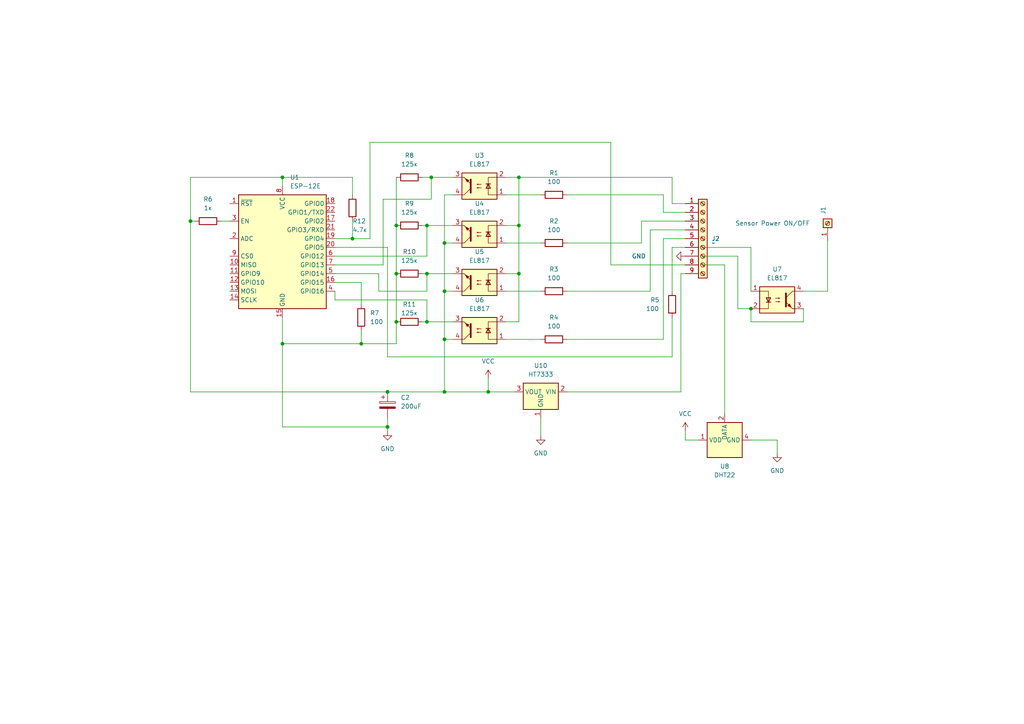
<source format=kicad_sch>
(kicad_sch (version 20230121) (generator eeschema)
  (paper "A4")
  (title_block (title "Контроллер управления увлажнителем") (company "CYBEREX TECH"))
  (lib_symbols
    (symbol "Connector:Screw_Terminal_01x01" (pin_names (offset 1.016) hide)
      (property "Reference" "J" (at 0 2.54 0))
      (property "Value" "Screw_Terminal_01x01" (at 0 -2.54 0))
      (symbol "Screw_Terminal_01x01_1_1"
        (rectangle (start -1.27 1.27) (end 1.27 -1.27) (stroke (width 0.254)) (fill (type background)))
        (polyline (pts (xy -0.5334 0.3302) (xy 0.3302 -0.508)) (stroke (width 0.1524)))
        (polyline (pts (xy -0.3556 0.508) (xy 0.508 -0.3302)) (stroke (width 0.1524)))
        (circle (center 0 0) (radius 0.635) (stroke (width 0.1524)))
        (pin passive line (at -5.08 0 0) (length 3.81) (name "Pin_1") (number "1"))
      )
    )
    (symbol "Connector:Screw_Terminal_01x09" (pin_names (offset 1.016) hide)
      (property "Reference" "J" (at 0 12.7 0))
      (property "Value" "Screw_Terminal_01x09" (at 0 -12.7 0))
      (symbol "Screw_Terminal_01x09_1_1"
        (rectangle (start -1.27 11.43) (end 1.27 -11.43) (stroke (width 0.254)) (fill (type background)))
        (circle (center 0 -10.16) (radius 0.635) (stroke (width 0.1524)))
        (circle (center 0 -7.62) (radius 0.635) (stroke (width 0.1524)))
        (circle (center 0 -5.08) (radius 0.635) (stroke (width 0.1524)))
        (circle (center 0 -2.54) (radius 0.635) (stroke (width 0.1524)))
        (polyline (pts (xy -0.5334 -9.8298) (xy 0.3302 -10.668)) (stroke (width 0.1524)))
        (polyline (pts (xy -0.5334 -7.2898) (xy 0.3302 -8.128)) (stroke (width 0.1524)))
        (polyline (pts (xy -0.5334 -4.7498) (xy 0.3302 -5.588)) (stroke (width 0.1524)))
        (polyline (pts (xy -0.5334 -2.2098) (xy 0.3302 -3.048)) (stroke (width 0.1524)))
        (polyline (pts (xy -0.5334 0.3302) (xy 0.3302 -0.508)) (stroke (width 0.1524)))
        (polyline (pts (xy -0.5334 2.8702) (xy 0.3302 2.032)) (stroke (width 0.1524)))
        (polyline (pts (xy -0.5334 5.4102) (xy 0.3302 4.572)) (stroke (width 0.1524)))
        (polyline (pts (xy -0.5334 7.9502) (xy 0.3302 7.112)) (stroke (width 0.1524)))
        (polyline (pts (xy -0.5334 10.4902) (xy 0.3302 9.652)) (stroke (width 0.1524)))
        (polyline (pts (xy -0.3556 -9.652) (xy 0.508 -10.4902)) (stroke (width 0.1524)))
        (polyline (pts (xy -0.3556 -7.112) (xy 0.508 -7.9502)) (stroke (width 0.1524)))
        (polyline (pts (xy -0.3556 -4.572) (xy 0.508 -5.4102)) (stroke (width 0.1524)))
        (polyline (pts (xy -0.3556 -2.032) (xy 0.508 -2.8702)) (stroke (width 0.1524)))
        (polyline (pts (xy -0.3556 0.508) (xy 0.508 -0.3302)) (stroke (width 0.1524)))
        (polyline (pts (xy -0.3556 3.048) (xy 0.508 2.2098)) (stroke (width 0.1524)))
        (polyline (pts (xy -0.3556 5.588) (xy 0.508 4.7498)) (stroke (width 0.1524)))
        (polyline (pts (xy -0.3556 8.128) (xy 0.508 7.2898)) (stroke (width 0.1524)))
        (polyline (pts (xy -0.3556 10.668) (xy 0.508 9.8298)) (stroke (width 0.1524)))
        (circle (center 0 0) (radius 0.635) (stroke (width 0.1524)))
        (circle (center 0 2.54) (radius 0.635) (stroke (width 0.1524)))
        (circle (center 0 5.08) (radius 0.635) (stroke (width 0.1524)))
        (circle (center 0 7.62) (radius 0.635) (stroke (width 0.1524)))
        (circle (center 0 10.16) (radius 0.635) (stroke (width 0.1524)))
        (pin passive line (at -5.08 10.16 0) (length 3.81) (name "Pin_1") (number "1"))
        (pin passive line (at -5.08 7.62 0) (length 3.81) (name "Pin_2") (number "2"))
        (pin passive line (at -5.08 5.08 0) (length 3.81) (name "Pin_3") (number "3"))
        (pin passive line (at -5.08 2.54 0) (length 3.81) (name "Pin_4") (number "4"))
        (pin passive line (at -5.08 0 0) (length 3.81) (name "Pin_5") (number "5"))
        (pin passive line (at -5.08 -2.54 0) (length 3.81) (name "Pin_6") (number "6"))
        (pin passive line (at -5.08 -5.08 0) (length 3.81) (name "Pin_7") (number "7"))
        (pin passive line (at -5.08 -7.62 0) (length 3.81) (name "Pin_8") (number "8"))
        (pin passive line (at -5.08 -10.16 0) (length 3.81) (name "Pin_9") (number "9"))
      )
    )
    (symbol "Device:C_Polarized" (pin_numbers hide) (pin_names (offset 0.254))
      (property "Reference" "C" (at 0.635 2.54 0))
      (property "Value" "C_Polarized" (at 0.635 -2.54 0))
      (symbol "C_Polarized_0_1"
        (rectangle (start -2.286 0.508) (end 2.286 1.016))
        (polyline (pts (xy -1.778 2.286) (xy -0.762 2.286)))
        (polyline (pts (xy -1.27 2.794) (xy -1.27 1.778)))
        (rectangle (start 2.286 -0.508) (end -2.286 -1.016) (fill (type outline)))
      )
      (symbol "C_Polarized_1_1"
        (pin passive line (at 0 3.81 270) (length 2.794) (name "~") (number "1"))
        (pin passive line (at 0 -3.81 90) (length 2.794) (name "~") (number "2"))
      )
    )
    (symbol "Device:R" (pin_numbers hide) (pin_names (offset 0))
      (property "Reference" "R" (at 2.032 0 90))
      (property "Value" "R" (at 0 0 90))
      (symbol "R_0_1"
        (rectangle (start -1.016 -2.54) (end 1.016 2.54) (stroke (width 0.254)))
      )
      (symbol "R_1_1"
        (pin passive line (at 0 3.81 270) (length 1.27) (name "~") (number "1"))
        (pin passive line (at 0 -3.81 90) (length 1.27) (name "~") (number "2"))
      )
    )
    (symbol "Isolator:EL817" (pin_names (offset 1.016))
      (property "Reference" "U" (at -5.08 5.08 0))
      (property "Value" "EL817" (at 0 5.08 0))
      (symbol "EL817_0_1"
        (rectangle (start -5.08 3.81) (end 5.08 -3.81) (stroke (width 0.254)) (fill (type background)))
        (polyline (pts (xy -3.175 -0.635) (xy -1.905 -0.635)) (stroke (width 0.254)))
        (polyline (pts (xy 2.54 0.635) (xy 4.445 2.54)))
        (polyline (pts (xy 4.445 -2.54) (xy 2.54 -0.635)) (fill (type outline)))
        (polyline (pts (xy 4.445 -2.54) (xy 5.08 -2.54)))
        (polyline (pts (xy 4.445 2.54) (xy 5.08 2.54)))
        (polyline (pts (xy -5.08 2.54) (xy -2.54 2.54) (xy -2.54 -0.635)))
        (polyline (pts (xy -2.54 -0.635) (xy -2.54 -2.54) (xy -5.08 -2.54)))
        (polyline (pts (xy 2.54 1.905) (xy 2.54 -1.905) (xy 2.54 -1.905)) (stroke (width 0.508)))
        (polyline (pts (xy -2.54 -0.635) (xy -3.175 0.635) (xy -1.905 0.635) (xy -2.54 -0.635)) (stroke (width 0.254)))
        (polyline (pts (xy -0.508 -0.508) (xy 0.762 -0.508) (xy 0.381 -0.635) (xy 0.381 -0.381) (xy 0.762 -0.508)))
        (polyline (pts (xy -0.508 0.508) (xy 0.762 0.508) (xy 0.381 0.381) (xy 0.381 0.635) (xy 0.762 0.508)))
        (polyline (pts (xy 3.048 -1.651) (xy 3.556 -1.143) (xy 4.064 -2.159) (xy 3.048 -1.651) (xy 3.048 -1.651)) (fill (type outline)))
      )
      (symbol "EL817_1_1"
        (pin passive line (at -7.62 2.54 0) (length 2.54) (name "~") (number "1"))
        (pin passive line (at -7.62 -2.54 0) (length 2.54) (name "~") (number "2"))
        (pin passive line (at 7.62 -2.54 180) (length 2.54) (name "~") (number "3"))
        (pin passive line (at 7.62 2.54 180) (length 2.54) (name "~") (number "4"))
      )
    )
    (symbol "RF_Module:ESP-12E"
      (property "Reference" "U" (at -12.7 19.05 0))
      (property "Value" "ESP-12E" (at 12.7 19.05 0))
      (symbol "ESP-12E_0_1"
        (rectangle (start -12.7 17.78) (end 12.7 -15.24) (stroke (width 0.254)) (fill (type background)))
      )
      (symbol "ESP-12E_1_1"
        (pin input line (at -15.24 15.24 0) (length 2.54) (name "~{RST}") (number "1"))
        (pin bidirectional line (at -15.24 -2.54 0) (length 2.54) (name "MISO") (number "10"))
        (pin bidirectional line (at -15.24 -5.08 0) (length 2.54) (name "GPIO9") (number "11"))
        (pin bidirectional line (at -15.24 -7.62 0) (length 2.54) (name "GPIO10") (number "12"))
        (pin bidirectional line (at -15.24 -10.16 0) (length 2.54) (name "MOSI") (number "13"))
        (pin bidirectional line (at -15.24 -12.7 0) (length 2.54) (name "SCLK") (number "14"))
        (pin power_in line (at 0 -17.78 90) (length 2.54) (name "GND") (number "15"))
        (pin bidirectional line (at 15.24 -7.62 180) (length 2.54) (name "GPIO15") (number "16"))
        (pin bidirectional line (at 15.24 10.16 180) (length 2.54) (name "GPIO2") (number "17"))
        (pin bidirectional line (at 15.24 15.24 180) (length 2.54) (name "GPIO0") (number "18"))
        (pin bidirectional line (at 15.24 5.08 180) (length 2.54) (name "GPIO4") (number "19"))
        (pin input line (at -15.24 5.08 0) (length 2.54) (name "ADC") (number "2"))
        (pin bidirectional line (at 15.24 2.54 180) (length 2.54) (name "GPIO5") (number "20"))
        (pin bidirectional line (at 15.24 7.62 180) (length 2.54) (name "GPIO3/RXD") (number "21"))
        (pin bidirectional line (at 15.24 12.7 180) (length 2.54) (name "GPIO1/TXD") (number "22"))
        (pin input line (at -15.24 10.16 0) (length 2.54) (name "EN") (number "3"))
        (pin bidirectional line (at 15.24 -10.16 180) (length 2.54) (name "GPIO16") (number "4"))
        (pin bidirectional line (at 15.24 -5.08 180) (length 2.54) (name "GPIO14") (number "5"))
        (pin bidirectional line (at 15.24 0 180) (length 2.54) (name "GPIO12") (number "6"))
        (pin bidirectional line (at 15.24 -2.54 180) (length 2.54) (name "GPIO13") (number "7"))
        (pin power_in line (at 0 20.32 270) (length 2.54) (name "VCC") (number "8"))
        (pin input line (at -15.24 0 0) (length 2.54) (name "CS0") (number "9"))
      )
    )
    (symbol "Regulator_Linear:HT75xx-1-SOT89"
      (property "Reference" "U" (at -5.08 -3.81 0))
      (property "Value" "HT75xx-1-SOT89" (at 0 6.35 0))
      (symbol "HT75xx-1-SOT89_0_1"
        (rectangle (start -5.08 5.08) (end 5.08 -2.54) (stroke (width 0.254)) (fill (type background)))
      )
      (symbol "HT75xx-1-SOT89_1_1"
        (pin power_in line (at 0 -5.08 90) (length 2.54) (name "GND") (number "1"))
        (pin power_in line (at -7.62 2.54 0) (length 2.54) (name "VIN") (number "2"))
        (pin power_out line (at 7.62 2.54 180) (length 2.54) (name "VOUT") (number "3"))
      )
    )
    (symbol "Sensor:DHT11"
      (property "Reference" "U" (at -3.81 6.35 0))
      (property "Value" "DHT11" (at 3.81 6.35 0))
      (symbol "DHT11_0_1"
        (rectangle (start -5.08 5.08) (end 5.08 -5.08) (stroke (width 0.254)) (fill (type background)))
      )
      (symbol "DHT11_1_1"
        (pin power_in line (at 0 7.62 270) (length 2.54) (name "VDD") (number "1"))
        (pin bidirectional line (at 7.62 0 180) (length 2.54) (name "DATA") (number "2"))
        (pin no_connect line (at -5.08 0 0) (length 2.54) hide (name "NC") (number "3"))
        (pin power_in line (at 0 -7.62 90) (length 2.54) (name "GND") (number "4"))
      )
    )
    (symbol "power:GND" (power) (pin_names (offset 0))
      (property "Value" "GND" (at 0 -3.81 0))
      (symbol "GND_0_1"
        (polyline (pts (xy 0 0) (xy 0 -1.27) (xy 1.27 -1.27) (xy 0 -2.54) (xy -1.27 -1.27) (xy 0 -1.27)))
      )
      (symbol "GND_1_1"
        (pin power_in line (at 0 0 270) (length 0) hide (name "GND") (number "1"))
      )
    )
    (symbol "power:VCC" (power) (pin_names (offset 0))
      (property "Value" "VCC" (at 0 3.81 0))
      (symbol "VCC_0_1"
        (polyline (pts (xy -0.762 1.27) (xy 0 2.54)))
        (polyline (pts (xy 0 0) (xy 0 2.54)))
        (polyline (pts (xy 0 2.54) (xy 0.762 1.27)))
      )
      (symbol "VCC_1_1"
        (pin power_in line (at 0 0 90) (length 0) hide (name "VCC") (number "1"))
      )
    )
  )
  (junction (at 123.825 79.375))
  (junction (at 81.915 51.435))
  (junction (at 123.825 93.345))
  (junction (at 55.245 64.135))
  (junction (at 217.805 89.535))
  (junction (at 128.905 113.665))
  (junction (at 128.905 84.455))
  (junction (at 112.395 113.665))
  (junction (at 128.905 70.485))
  (junction (at 102.235 69.215))
  (junction (at 150.495 79.375))
  (junction (at 114.935 93.345))
  (junction (at 114.935 65.405))
  (junction (at 123.825 65.405))
  (junction (at 150.495 65.405))
  (junction (at 141.605 113.665))
  (junction (at 81.915 99.695))
  (junction (at 114.935 79.375))
  (junction (at 112.395 123.825))
  (junction (at 125.095 51.435))
  (junction (at 128.905 98.425))
  (junction (at 150.495 51.435))
  (junction (at 104.775 99.695))
  (wire (pts (xy 122.555 93.345) (xy 123.825 93.345)))
  (wire (pts (xy 203.835 74.295) (xy 213.995 74.295)))
  (wire (pts (xy 150.495 51.435) (xy 194.945 51.435)))
  (wire (pts (xy 198.755 125.095) (xy 198.755 127.635)))
  (wire (pts (xy 194.945 103.505) (xy 194.945 92.075)))
  (wire (pts (xy 123.825 74.295) (xy 123.825 65.405)))
  (wire (pts (xy 128.905 84.455) (xy 128.905 98.425)))
  (wire (pts (xy 114.935 65.405) (xy 114.935 79.375)))
  (wire (pts (xy 131.445 98.425) (xy 128.905 98.425)))
  (wire (pts (xy 97.155 84.455) (xy 97.155 86.995)))
  (wire (pts (xy 97.155 79.375) (xy 109.855 79.375)))
  (wire (pts (xy 186.055 70.485) (xy 186.055 64.135)))
  (wire (pts (xy 213.995 89.535) (xy 213.995 74.295)))
  (wire (pts (xy 156.845 121.285) (xy 156.845 126.365)))
  (wire (pts (xy 55.245 113.665) (xy 55.245 64.135)))
  (wire (pts (xy 233.045 84.455) (xy 240.03 84.455)))
  (wire (pts (xy 102.235 69.215) (xy 107.315 69.215)))
  (wire (pts (xy 123.825 93.345) (xy 131.445 93.345)))
  (wire (pts (xy 123.825 79.375) (xy 131.445 79.375)))
  (wire (pts (xy 128.905 113.665) (xy 141.605 113.665)))
  (wire (pts (xy 225.425 127.635) (xy 225.425 131.445)))
  (wire (pts (xy 122.555 51.435) (xy 125.095 51.435)))
  (wire (pts (xy 102.235 51.435) (xy 81.915 51.435)))
  (wire (pts (xy 192.405 56.515) (xy 192.405 61.595)))
  (wire (pts (xy 55.245 64.135) (xy 56.515 64.135)))
  (wire (pts (xy 164.465 70.485) (xy 186.055 70.485)))
  (wire (pts (xy 122.555 65.405) (xy 123.825 65.405)))
  (wire (pts (xy 203.835 76.835) (xy 210.185 76.835)))
  (wire (pts (xy 131.445 70.485) (xy 128.905 70.485)))
  (wire (pts (xy 149.225 113.665) (xy 141.605 113.665)))
  (wire (pts (xy 217.805 93.345) (xy 233.045 93.345)))
  (wire (pts (xy 188.595 66.675) (xy 198.755 66.675)))
  (wire (pts (xy 177.165 76.835) (xy 198.755 76.835)))
  (wire (pts (xy 188.595 84.455) (xy 188.595 66.675)))
  (wire (pts (xy 164.465 56.515) (xy 192.405 56.515)))
  (wire (pts (xy 109.855 79.375) (xy 109.855 84.455)))
  (wire (pts (xy 112.395 123.825) (xy 112.395 125.095)))
  (wire (pts (xy 81.915 99.695) (xy 81.915 123.825)))
  (wire (pts (xy 128.905 70.485) (xy 128.905 84.455)))
  (wire (pts (xy 81.915 51.435) (xy 81.915 53.975)))
  (wire (pts (xy 128.905 98.425) (xy 128.905 113.665)))
  (wire (pts (xy 64.135 64.135) (xy 66.675 64.135)))
  (wire (pts (xy 107.315 69.215) (xy 107.315 41.275)))
  (wire (pts (xy 97.155 71.755) (xy 112.395 71.755)))
  (wire (pts (xy 125.095 51.435) (xy 131.445 51.435)))
  (wire (pts (xy 197.485 79.375) (xy 198.755 79.375)))
  (wire (pts (xy 146.685 98.425) (xy 156.845 98.425)))
  (wire (pts (xy 194.945 71.755) (xy 194.945 84.455)))
  (wire (pts (xy 81.915 92.075) (xy 81.915 99.695)))
  (wire (pts (xy 111.125 76.835) (xy 111.125 57.785)))
  (wire (pts (xy 102.235 56.515) (xy 102.235 51.435)))
  (wire (pts (xy 81.915 123.825) (xy 112.395 123.825)))
  (wire (pts (xy 141.605 109.855) (xy 141.605 113.665)))
  (wire (pts (xy 112.395 113.665) (xy 55.245 113.665)))
  (wire (pts (xy 217.805 89.535) (xy 213.995 89.535)))
  (wire (pts (xy 104.775 81.915) (xy 104.775 88.265)))
  (wire (pts (xy 112.395 113.665) (xy 128.905 113.665)))
  (wire (pts (xy 112.395 103.505) (xy 194.945 103.505)))
  (wire (pts (xy 177.165 41.275) (xy 177.165 76.835)))
  (wire (pts (xy 192.405 98.425) (xy 192.405 69.215)))
  (wire (pts (xy 233.045 93.345) (xy 233.045 89.535)))
  (wire (pts (xy 123.825 84.455) (xy 123.825 79.375)))
  (wire (pts (xy 131.445 56.515) (xy 128.905 56.515)))
  (wire (pts (xy 194.945 51.435) (xy 194.945 59.055)))
  (wire (pts (xy 150.495 65.405) (xy 150.495 51.435)))
  (wire (pts (xy 128.905 56.515) (xy 128.905 70.485)))
  (wire (pts (xy 114.935 93.345) (xy 114.935 99.695)))
  (wire (pts (xy 111.125 57.785) (xy 125.095 57.785)))
  (wire (pts (xy 164.465 98.425) (xy 192.405 98.425)))
  (wire (pts (xy 123.825 65.405) (xy 131.445 65.405)))
  (wire (pts (xy 97.155 86.995) (xy 123.825 86.995)))
  (wire (pts (xy 97.155 74.295) (xy 123.825 74.295)))
  (wire (pts (xy 203.835 71.755) (xy 217.805 71.755)))
  (wire (pts (xy 210.185 76.835) (xy 210.185 120.015)))
  (wire (pts (xy 97.155 81.915) (xy 104.775 81.915)))
  (wire (pts (xy 112.395 121.285) (xy 112.395 123.825)))
  (wire (pts (xy 109.855 84.455) (xy 123.825 84.455)))
  (wire (pts (xy 217.805 71.755) (xy 217.805 84.455)))
  (wire (pts (xy 104.775 99.695) (xy 81.915 99.695)))
  (wire (pts (xy 104.775 95.885) (xy 104.775 99.695)))
  (wire (pts (xy 198.755 127.635) (xy 202.565 127.635)))
  (wire (pts (xy 192.405 69.215) (xy 198.755 69.215)))
  (wire (pts (xy 164.465 113.665) (xy 197.485 113.665)))
  (wire (pts (xy 240.03 84.455) (xy 240.03 69.85)))
  (wire (pts (xy 102.235 64.135) (xy 102.235 69.215)))
  (wire (pts (xy 150.495 79.375) (xy 150.495 65.405)))
  (wire (pts (xy 197.485 113.665) (xy 197.485 79.375)))
  (wire (pts (xy 97.155 76.835) (xy 111.125 76.835)))
  (wire (pts (xy 146.685 93.345) (xy 150.495 93.345)))
  (wire (pts (xy 112.395 71.755) (xy 112.395 103.505)))
  (wire (pts (xy 97.155 69.215) (xy 102.235 69.215)))
  (wire (pts (xy 194.945 71.755) (xy 198.755 71.755)))
  (wire (pts (xy 114.935 99.695) (xy 104.775 99.695)))
  (wire (pts (xy 114.935 51.435) (xy 114.935 65.405)))
  (wire (pts (xy 146.685 79.375) (xy 150.495 79.375)))
  (wire (pts (xy 146.685 84.455) (xy 156.845 84.455)))
  (wire (pts (xy 150.495 93.345) (xy 150.495 79.375)))
  (wire (pts (xy 107.315 41.275) (xy 177.165 41.275)))
  (wire (pts (xy 55.245 51.435) (xy 81.915 51.435)))
  (wire (pts (xy 217.805 127.635) (xy 225.425 127.635)))
  (wire (pts (xy 55.245 64.135) (xy 55.245 51.435)))
  (wire (pts (xy 122.555 79.375) (xy 123.825 79.375)))
  (wire (pts (xy 114.935 79.375) (xy 114.935 93.345)))
  (wire (pts (xy 164.465 84.455) (xy 188.595 84.455)))
  (wire (pts (xy 192.405 61.595) (xy 198.755 61.595)))
  (wire (pts (xy 146.685 51.435) (xy 150.495 51.435)))
  (wire (pts (xy 217.805 89.535) (xy 217.805 93.345)))
  (wire (pts (xy 123.825 86.995) (xy 123.825 93.345)))
  (wire (pts (xy 146.685 70.485) (xy 156.845 70.485)))
  (wire (pts (xy 125.095 57.785) (xy 125.095 51.435)))
  (wire (pts (xy 194.945 59.055) (xy 198.755 59.055)))
  (wire (pts (xy 131.445 84.455) (xy 128.905 84.455)))
  (wire (pts (xy 146.685 65.405) (xy 150.495 65.405)))
  (wire (pts (xy 186.055 64.135) (xy 198.755 64.135)))
  (wire (pts (xy 146.685 56.515) (xy 156.845 56.515)))
  (symbol (lib_id "power:VCC") (at 141.605 109.855 0) (unit 1)
    (property "Reference" "#PWR06" (effects hide))
    (property "Value" "VCC" (at 141.605 104.775 0))
  )
  (symbol (lib_id "Device:R") (at 160.655 70.485 270) (unit 1)
    (property "Reference" "R2" (at 160.655 64.135 90))
    (property "Value" "100" (at 160.655 66.675 90))
    (property "Footprint" "Resistor_SMD:R_0805_2012Metric" (effects hide))
  )
  (symbol (lib_id "Device:R") (at 118.745 51.435 270) (unit 1)
    (property "Reference" "R8" (at 118.745 45.085 90))
    (property "Value" "125к" (at 118.745 47.625 90))
    (property "Footprint" "Resistor_SMD:R_0805_2012Metric" (effects hide))
  )
  (symbol (lib_id "Regulator_Linear:HT75xx-1-SOT89") (at 156.845 116.205 0) (mirror y) (unit 1)
    (property "Reference" "U10" (at 156.845 106.045 0))
    (property "Value" "HT7333" (at 156.845 108.585 0))
    (property "Footprint" "Package_TO_SOT_SMD:SOT-23" (effects hide))
    (property "Datasheet" "https://www.holtek.com/documents/10179/116711/HT75xx-1v250.pdf" (effects hide))
  )
  (symbol (lib_id "Device:R") (at 60.325 64.135 270) (unit 1)
    (property "Reference" "R6" (at 60.325 57.785 90))
    (property "Value" "1к" (at 60.325 60.325 90))
    (property "Footprint" "Resistor_SMD:R_0805_2012Metric" (effects hide))
  )
  (symbol (lib_id "power:VCC") (at 198.755 125.095 0) (unit 1)
    (property "Reference" "#PWR05" (effects hide))
    (property "Value" "VCC" (at 198.755 120.015 0))
  )
  (symbol (lib_id "Connector:Screw_Terminal_01x01") (at 240.03 64.77 90) (unit 1)
    (property "Reference" "J1" (at 238.76 62.23 0) (effects (justify left)))
    (property "Value" "Sensor Power ON/OFF" (at 234.95 64.77 90) (effects (justify left)))
  )
  (symbol (lib_id "Device:R") (at 118.745 79.375 270) (unit 1)
    (property "Reference" "R10" (at 118.745 73.025 90))
    (property "Value" "125к" (at 118.745 75.565 90))
    (property "Footprint" "Resistor_SMD:R_0805_2012Metric" (effects hide))
  )
  (symbol (lib_id "Isolator:EL817") (at 139.065 53.975 180) (unit 1)
    (property "Reference" "U3" (at 139.065 45.085 0))
    (property "Value" "EL817" (at 139.065 47.625 0))
    (property "Footprint" "Package_DIP:DIP-4_W7.62mm" (effects hide))
    (property "Datasheet" "http://www.everlight.com/file/ProductFile/EL817.pdf" (effects hide))
  )
  (symbol (lib_id "Isolator:EL817") (at 225.425 86.995 0) (unit 1)
    (property "Reference" "U7" (at 225.425 78.105 0))
    (property "Value" "EL817" (at 225.425 80.645 0))
    (property "Footprint" "Package_DIP:DIP-4_W7.62mm" (effects hide))
    (property "Datasheet" "http://www.everlight.com/file/ProductFile/EL817.pdf" (effects hide))
  )
  (symbol (lib_id "Isolator:EL817") (at 139.065 81.915 180) (unit 1)
    (property "Reference" "U5" (at 139.065 73.025 0))
    (property "Value" "EL817" (at 139.065 75.565 0))
    (property "Footprint" "Package_DIP:DIP-4_W7.62mm" (effects hide))
    (property "Datasheet" "http://www.everlight.com/file/ProductFile/EL817.pdf" (effects hide))
  )
  (symbol (lib_id "RF_Module:ESP-12E") (at 81.915 74.295 0) (unit 1)
    (property "Reference" "U1" (at 84.1091 51.435 0) (effects (justify left)))
    (property "Value" "ESP-12E" (at 84.1091 53.975 0) (effects (justify left)))
    (property "Footprint" "RF_Module:ESP-12E" (effects hide))
    (property "Datasheet" "http://wiki.ai-thinker.com/_media/esp8266/esp8266_series_modules_user_manual_v1.1.pdf" (effects hide))
  )
  (symbol (lib_id "Isolator:EL817") (at 139.065 95.885 180) (unit 1)
    (property "Reference" "U6" (at 139.065 86.995 0))
    (property "Value" "EL817" (at 139.065 89.535 0))
    (property "Footprint" "Package_DIP:DIP-4_W7.62mm" (effects hide))
    (property "Datasheet" "http://www.everlight.com/file/ProductFile/EL817.pdf" (effects hide))
  )
  (symbol (lib_id "power:GND") (at 156.845 126.365 0) (unit 1)
    (property "Reference" "#PWR01" (effects hide))
    (property "Value" "GND" (at 156.845 131.445 0))
  )
  (symbol (lib_id "Device:R") (at 194.945 88.265 180) (unit 1)
    (property "Reference" "R5" (at 188.595 86.995 0) (effects (justify right)))
    (property "Value" "100" (at 187.325 89.535 0) (effects (justify right)))
    (property "Footprint" "Resistor_SMD:R_0805_2012Metric" (effects hide))
  )
  (symbol (lib_id "Device:C_Polarized") (at 112.395 117.475 0) (unit 1)
    (property "Reference" "C2" (at 116.205 115.316 0) (effects (justify left)))
    (property "Value" "200uF" (at 116.205 117.856 0) (effects (justify left)))
    (property "Footprint" "Capacitor_SMD:CP_Elec_6.3x4.9" (effects hide))
  )
  (symbol (lib_id "Sensor:DHT11") (at 210.185 127.635 90) (unit 1)
    (property "Reference" "U8" (at 210.185 135.255 90))
    (property "Value" "DHT22" (at 210.185 137.795 90))
    (property "Footprint" "Sensor:Aosong_DHT11_5.5x12.0_P2.54mm" (effects hide))
    (property "Datasheet" "http://akizukidenshi.com/download/ds/aosong/DHT11.pdf" (effects hide))
  )
  (symbol (lib_id "Device:R") (at 160.655 84.455 270) (unit 1)
    (property "Reference" "R3" (at 160.655 78.105 90))
    (property "Value" "100" (at 160.655 80.645 90))
    (property "Footprint" "Resistor_SMD:R_0805_2012Metric" (effects hide))
  )
  (symbol (lib_id "Device:R") (at 102.235 60.325 180) (unit 1)
    (property "Reference" "R12" (at 102.235 64.135 0) (effects (justify right)))
    (property "Value" "4.7к" (at 102.235 66.675 0) (effects (justify right)))
    (property "Footprint" "Resistor_SMD:R_0805_2012Metric" (effects hide))
  )
  (symbol (lib_id "Device:R") (at 118.745 93.345 270) (unit 1)
    (property "Reference" "R11" (at 118.745 88.265 90))
    (property "Value" "125к" (at 118.745 90.805 90))
    (property "Footprint" "Resistor_SMD:R_0805_2012Metric" (effects hide))
  )
  (symbol (lib_id "Device:R") (at 160.655 56.515 270) (unit 1)
    (property "Reference" "R1" (at 160.655 50.165 90))
    (property "Value" "100" (at 160.655 52.705 90))
    (property "Footprint" "Resistor_SMD:R_0805_2012Metric" (effects hide))
  )
  (symbol (lib_id "Device:R") (at 104.775 92.075 180) (unit 1)
    (property "Reference" "R7" (at 107.315 90.805 0) (effects (justify right)))
    (property "Value" "100" (at 107.315 93.345 0) (effects (justify right)))
    (property "Footprint" "Resistor_SMD:R_0805_2012Metric" (effects hide))
  )
  (symbol (lib_id "Isolator:EL817") (at 139.065 67.945 180) (unit 1)
    (property "Reference" "U4" (at 139.065 59.055 0))
    (property "Value" "EL817" (at 139.065 61.595 0))
    (property "Footprint" "Package_DIP:DIP-4_W7.62mm" (effects hide))
    (property "Datasheet" "http://www.everlight.com/file/ProductFile/EL817.pdf" (effects hide))
  )
  (symbol (lib_id "power:GND") (at 225.425 131.445 0) (unit 1)
    (property "Reference" "#PWR07" (effects hide))
    (property "Value" "GND" (at 225.425 136.525 0))
  )
  (symbol (lib_id "Device:R") (at 118.745 65.405 270) (unit 1)
    (property "Reference" "R9" (at 118.745 59.055 90))
    (property "Value" "125к" (at 118.745 61.595 90))
    (property "Footprint" "Resistor_SMD:R_0805_2012Metric" (effects hide))
  )
  (symbol (lib_id "power:GND") (at 198.755 74.295 270) (unit 1)
    (property "Reference" "#PWR03" (effects hide))
    (property "Value" "GND" (at 187.325 74.295 90) (effects (justify right)))
  )
  (symbol (lib_id "power:GND") (at 112.395 125.095 0) (unit 1)
    (property "Reference" "#PWR02" (effects hide))
    (property "Value" "GND" (at 112.395 130.175 0))
  )
  (symbol (lib_id "Connector:Screw_Terminal_01x09") (at 203.835 69.215 0) (unit 1)
    (property "Reference" "J2" (at 206.375 69.215 0) (effects (justify left)))
    (property "Value" "~" (at 206.375 70.485 0) (effects (justify left)))
    (property "Footprint" "TerminalBlock_4Ucon:TerminalBlock_4Ucon_1x09_P3.50mm_Horizontal" (effects hide))
  )
  (symbol (lib_id "Device:R") (at 160.655 98.425 270) (unit 1)
    (property "Reference" "R4" (at 160.655 92.075 90))
    (property "Value" "100" (at 160.655 94.615 90))
    (property "Footprint" "Resistor_SMD:R_0805_2012Metric" (effects hide))
  )
)
</source>
